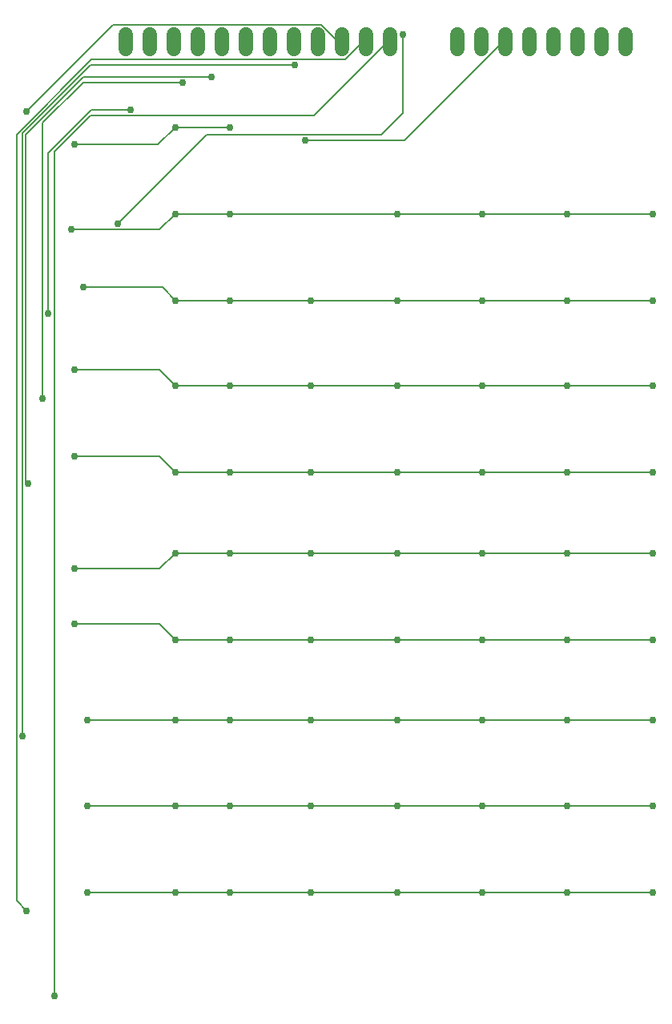
<source format=gbr>
G04 EAGLE Gerber RS-274X export*
G75*
%MOMM*%
%FSLAX34Y34*%
%LPD*%
%INBottom Copper*%
%IPPOS*%
%AMOC8*
5,1,8,0,0,1.08239X$1,22.5*%
G01*
%ADD10C,1.524000*%
%ADD11C,0.152400*%
%ADD12C,0.756400*%


D10*
X658900Y1127620D02*
X658900Y1112380D01*
X633500Y1112380D02*
X633500Y1127620D01*
X608100Y1127620D02*
X608100Y1112380D01*
X582700Y1112380D02*
X582700Y1127620D01*
X557300Y1127620D02*
X557300Y1112380D01*
X531900Y1112380D02*
X531900Y1127620D01*
X506500Y1127620D02*
X506500Y1112380D01*
X481100Y1112380D02*
X481100Y1127620D01*
X130300Y1127620D02*
X130300Y1112380D01*
X155700Y1112380D02*
X155700Y1127620D01*
X181100Y1127620D02*
X181100Y1112380D01*
X206500Y1112380D02*
X206500Y1127620D01*
X231900Y1127620D02*
X231900Y1112380D01*
X257300Y1112380D02*
X257300Y1127620D01*
X282700Y1127620D02*
X282700Y1112380D01*
X308100Y1112380D02*
X308100Y1127620D01*
X333500Y1127620D02*
X333500Y1112380D01*
X358900Y1112380D02*
X358900Y1127620D01*
X384300Y1127620D02*
X384300Y1112380D01*
X409700Y1112380D02*
X409700Y1127620D01*
D11*
X240792Y1030224D02*
X182880Y1030224D01*
X164592Y1011936D02*
X76200Y1011936D01*
X164592Y1011936D02*
X182880Y1030224D01*
D12*
X182880Y1030224D03*
X240792Y1030224D03*
X76200Y1011936D03*
D11*
X182880Y938784D02*
X240792Y938784D01*
X417576Y938784D01*
X507492Y938784D01*
X597408Y938784D01*
X687324Y938784D01*
X166116Y922020D02*
X73152Y922020D01*
X166116Y922020D02*
X182880Y938784D01*
D12*
X182880Y938784D03*
X240792Y938784D03*
X417576Y938784D03*
X507492Y938784D03*
X597408Y938784D03*
X687324Y938784D03*
X73152Y922020D03*
D11*
X182880Y757428D02*
X240792Y757428D01*
X326136Y757428D01*
X417576Y757428D01*
X507492Y757428D01*
X597408Y757428D01*
X687324Y757428D01*
X166116Y774192D02*
X76200Y774192D01*
X166116Y774192D02*
X182880Y757428D01*
D12*
X182880Y757428D03*
X240792Y757428D03*
X326136Y757428D03*
X417576Y757428D03*
X507492Y757428D03*
X597408Y757428D03*
X687324Y757428D03*
X76200Y774192D03*
D11*
X182880Y580644D02*
X240792Y580644D01*
X326136Y580644D01*
X417576Y580644D01*
X507492Y580644D01*
X597408Y580644D01*
X687324Y580644D01*
X166116Y563880D02*
X76200Y563880D01*
X166116Y563880D02*
X182880Y580644D01*
D12*
X182880Y580644D03*
X240792Y580644D03*
X326136Y580644D03*
X417576Y580644D03*
X507492Y580644D03*
X597408Y580644D03*
X687324Y580644D03*
X76200Y563880D03*
D11*
X182880Y847344D02*
X240792Y847344D01*
X326136Y847344D01*
X417576Y847344D01*
X507492Y847344D01*
X597408Y847344D01*
X687324Y847344D01*
X169164Y861060D02*
X85344Y861060D01*
X169164Y861060D02*
X182880Y847344D01*
D12*
X182880Y847344D03*
X240792Y847344D03*
X326136Y847344D03*
X417576Y847344D03*
X507492Y847344D03*
X597408Y847344D03*
X687324Y847344D03*
X85344Y861060D03*
D11*
X182880Y665988D02*
X240792Y665988D01*
X326136Y665988D01*
X417576Y665988D01*
X507492Y665988D01*
X597408Y665988D01*
X687324Y665988D01*
X166116Y682752D02*
X76200Y682752D01*
X166116Y682752D02*
X182880Y665988D01*
D12*
X182880Y665988D03*
X240792Y665988D03*
X326136Y665988D03*
X417576Y665988D03*
X507492Y665988D03*
X597408Y665988D03*
X687324Y665988D03*
X76200Y682752D03*
D11*
X182880Y489204D02*
X240792Y489204D01*
X326136Y489204D01*
X417576Y489204D01*
X507492Y489204D01*
X597408Y489204D01*
X687324Y489204D01*
X166116Y505968D02*
X76200Y505968D01*
X166116Y505968D02*
X182880Y489204D01*
D12*
X182880Y489204D03*
X240792Y489204D03*
X326136Y489204D03*
X417576Y489204D03*
X507492Y489204D03*
X597408Y489204D03*
X687324Y489204D03*
X76200Y505968D03*
D11*
X182880Y403860D02*
X240792Y403860D01*
X326136Y403860D01*
X417576Y403860D01*
X507492Y403860D01*
X597408Y403860D01*
X687324Y403860D01*
X182880Y403860D02*
X89916Y403860D01*
D12*
X182880Y403860D03*
X240792Y403860D03*
X326136Y403860D03*
X417576Y403860D03*
X507492Y403860D03*
X597408Y403860D03*
X687324Y403860D03*
X89916Y403860D03*
D11*
X182880Y313944D02*
X240792Y313944D01*
X326136Y313944D01*
X417576Y313944D01*
X507492Y313944D01*
X597408Y313944D01*
X687324Y313944D01*
X182880Y313944D02*
X89916Y313944D01*
D12*
X182880Y313944D03*
X240792Y313944D03*
X326136Y313944D03*
X417576Y313944D03*
X507492Y313944D03*
X597408Y313944D03*
X687324Y313944D03*
X89916Y313944D03*
D11*
X182880Y222504D02*
X240792Y222504D01*
X326136Y222504D01*
X417576Y222504D01*
X507492Y222504D01*
X597408Y222504D01*
X687324Y222504D01*
X182880Y222504D02*
X89916Y222504D01*
D12*
X182880Y222504D03*
X240792Y222504D03*
X326136Y222504D03*
X417576Y222504D03*
X507492Y222504D03*
X597408Y222504D03*
X687324Y222504D03*
X89916Y222504D03*
D11*
X94488Y1048512D02*
X135636Y1048512D01*
X94488Y1048512D02*
X48768Y1002792D01*
X48768Y833628D01*
D12*
X135636Y1048512D03*
X48768Y833628D03*
D11*
X85344Y1077468D02*
X190500Y1077468D01*
X85344Y1077468D02*
X42672Y1034796D01*
X42672Y743712D01*
D12*
X190500Y1077468D03*
X42672Y743712D03*
D11*
X85344Y1083564D02*
X220980Y1083564D01*
X85344Y1083564D02*
X24384Y1022604D01*
X24384Y656844D01*
X27432Y653796D01*
D12*
X220980Y1083564D03*
X27432Y653796D03*
D11*
X423672Y1045464D02*
X423672Y1127760D01*
X423672Y1045464D02*
X400812Y1022604D01*
X216408Y1022604D01*
X121920Y928116D01*
D12*
X423672Y1127760D03*
X121920Y928116D03*
D11*
X92964Y1095756D02*
X309372Y1095756D01*
X92964Y1095756D02*
X21336Y1024128D01*
X21336Y387096D01*
D12*
X309372Y1095756D03*
X21336Y387096D03*
D11*
X355092Y1120140D02*
X358140Y1120140D01*
X355092Y1120140D02*
X336804Y1138428D01*
X117348Y1138428D01*
X25908Y1046988D01*
X358140Y1120140D02*
X358900Y1120000D01*
D12*
X25908Y1046988D03*
D11*
X379476Y1118616D02*
X384048Y1118616D01*
X379476Y1118616D02*
X362712Y1101852D01*
X94488Y1101852D01*
X15240Y1022604D01*
X15240Y213360D01*
X25908Y202692D01*
X384048Y1118616D02*
X384300Y1120000D01*
D12*
X25908Y202692D03*
D11*
X405384Y1118616D02*
X408432Y1118616D01*
X405384Y1118616D02*
X329184Y1042416D01*
X92964Y1042416D01*
X54864Y1004316D01*
X54864Y112776D01*
X408432Y1118616D02*
X409700Y1120000D01*
D12*
X54864Y112776D03*
D11*
X527304Y1118616D02*
X531876Y1118616D01*
X527304Y1118616D02*
X425196Y1016508D01*
X320040Y1016508D01*
X531876Y1118616D02*
X531900Y1120000D01*
D12*
X320040Y1016508D03*
M02*

</source>
